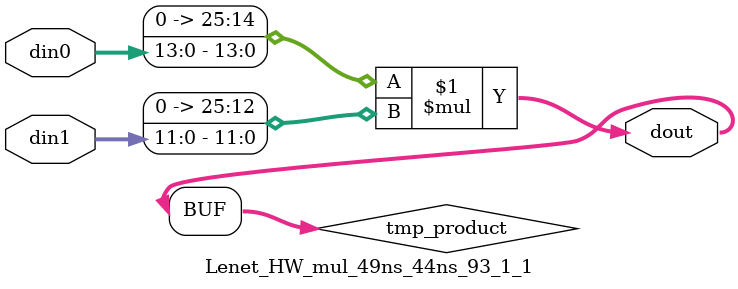
<source format=v>

`timescale 1 ns / 1 ps

  module Lenet_HW_mul_49ns_44ns_93_1_1(din0, din1, dout);
parameter ID = 1;
parameter NUM_STAGE = 0;
parameter din0_WIDTH = 14;
parameter din1_WIDTH = 12;
parameter dout_WIDTH = 26;

input [din0_WIDTH - 1 : 0] din0; 
input [din1_WIDTH - 1 : 0] din1; 
output [dout_WIDTH - 1 : 0] dout;

wire signed [dout_WIDTH - 1 : 0] tmp_product;










assign tmp_product = $signed({1'b0, din0}) * $signed({1'b0, din1});











assign dout = tmp_product;







endmodule

</source>
